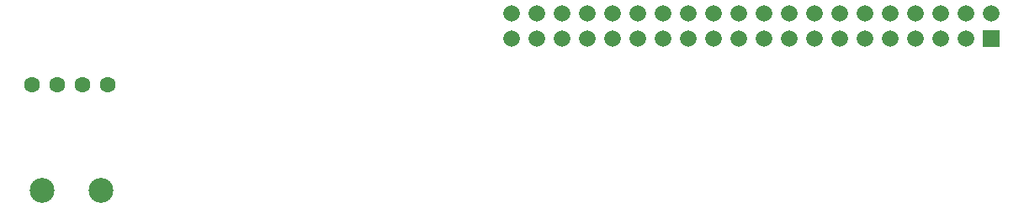
<source format=gbl>
G04 Layer: BottomLayer*
G04 EasyEDA v6.5.34, 2023-10-03 12:26:18*
G04 78a80f753c6143bb8b8cf10a4e40b0e4,10*
G04 Gerber Generator version 0.2*
G04 Scale: 100 percent, Rotated: No, Reflected: No *
G04 Dimensions in millimeters *
G04 leading zeros omitted , absolute positions ,4 integer and 5 decimal *
%FSLAX45Y45*%
%MOMM*%

%ADD10C,2.5000*%
%ADD11C,1.6000*%
%ADD12R,1.6650X1.6650*%
%ADD13C,1.6650*%

%LPD*%
D10*
G01*
X5021300Y-2057400D03*
G01*
X5621299Y-2057400D03*
D11*
G01*
X4927600Y-990600D03*
G01*
X5181600Y-990600D03*
G01*
X5435600Y-990600D03*
G01*
X5689600Y-990600D03*
D12*
G01*
X14579600Y-520700D03*
D13*
G01*
X14579600Y-266700D03*
G01*
X14325600Y-520700D03*
G01*
X14325600Y-266700D03*
G01*
X14071600Y-520700D03*
G01*
X14071600Y-266700D03*
G01*
X13817600Y-520700D03*
G01*
X13817600Y-266700D03*
G01*
X13563600Y-520700D03*
G01*
X13563600Y-266700D03*
G01*
X13309600Y-520700D03*
G01*
X13309600Y-266700D03*
G01*
X13055600Y-520700D03*
G01*
X13055600Y-266700D03*
G01*
X12801600Y-520700D03*
G01*
X12801600Y-266700D03*
G01*
X12547600Y-520700D03*
G01*
X12547600Y-266700D03*
G01*
X12293600Y-520700D03*
G01*
X12293600Y-266700D03*
G01*
X12039600Y-520700D03*
G01*
X12039600Y-266700D03*
G01*
X11785600Y-520700D03*
G01*
X11785600Y-266700D03*
G01*
X11531600Y-520700D03*
G01*
X11531600Y-266700D03*
G01*
X11277600Y-520700D03*
G01*
X11277600Y-266700D03*
G01*
X11023600Y-520700D03*
G01*
X11023600Y-266700D03*
G01*
X10769600Y-520700D03*
G01*
X10769600Y-266700D03*
G01*
X10515600Y-520700D03*
G01*
X10515600Y-266700D03*
G01*
X10261600Y-520700D03*
G01*
X10261600Y-266700D03*
G01*
X10007600Y-520700D03*
G01*
X10007600Y-266700D03*
G01*
X9753600Y-520700D03*
G01*
X9753600Y-266700D03*
M02*

</source>
